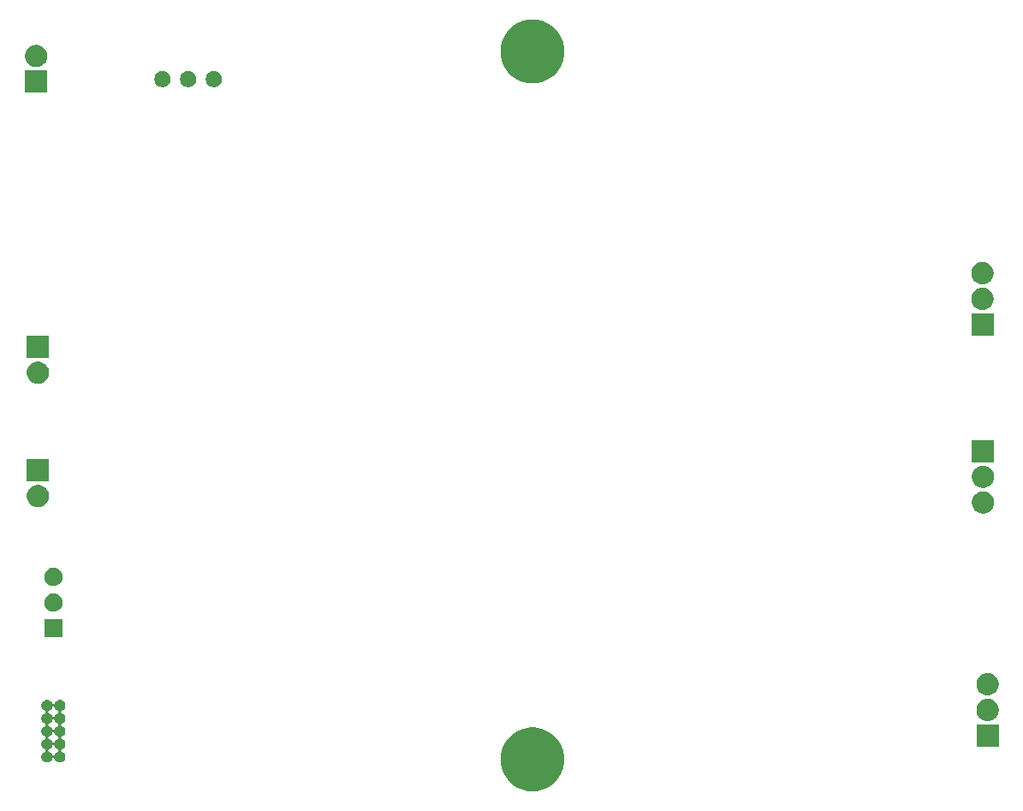
<source format=gbr>
G04 #@! TF.GenerationSoftware,KiCad,Pcbnew,5.1.5-52549c5~84~ubuntu18.04.1*
G04 #@! TF.CreationDate,2020-02-19T21:22:06+00:00*
G04 #@! TF.ProjectId,scot-resolver,73636f74-2d72-4657-936f-6c7665722e6b,rev?*
G04 #@! TF.SameCoordinates,Original*
G04 #@! TF.FileFunction,Soldermask,Bot*
G04 #@! TF.FilePolarity,Negative*
%FSLAX46Y46*%
G04 Gerber Fmt 4.6, Leading zero omitted, Abs format (unit mm)*
G04 Created by KiCad (PCBNEW 5.1.5-52549c5~84~ubuntu18.04.1) date 2020-02-19 21:22:06*
%MOMM*%
%LPD*%
G04 APERTURE LIST*
%ADD10C,0.100000*%
G04 APERTURE END LIST*
D10*
G36*
X135397849Y-124248226D02*
G01*
X135919821Y-124352052D01*
X136493085Y-124589506D01*
X137009008Y-124934235D01*
X137447765Y-125372992D01*
X137792494Y-125888915D01*
X138029948Y-126462179D01*
X138151000Y-127070752D01*
X138151000Y-127691248D01*
X138029948Y-128299821D01*
X137792494Y-128873085D01*
X137447765Y-129389008D01*
X137009008Y-129827765D01*
X136493085Y-130172494D01*
X135919821Y-130409948D01*
X135397849Y-130513774D01*
X135311249Y-130531000D01*
X134690751Y-130531000D01*
X134604151Y-130513774D01*
X134082179Y-130409948D01*
X133508915Y-130172494D01*
X132992992Y-129827765D01*
X132554235Y-129389008D01*
X132209506Y-128873085D01*
X131972052Y-128299821D01*
X131851000Y-127691248D01*
X131851000Y-127070752D01*
X131972052Y-126462179D01*
X132209506Y-125888915D01*
X132554235Y-125372992D01*
X132992992Y-124934235D01*
X133508915Y-124589506D01*
X134082179Y-124352052D01*
X134604151Y-124248226D01*
X134690751Y-124231000D01*
X135311249Y-124231000D01*
X135397849Y-124248226D01*
G37*
G36*
X87158051Y-121509480D02*
G01*
X87208920Y-121530551D01*
X87259786Y-121551620D01*
X87351342Y-121612796D01*
X87429204Y-121690658D01*
X87490380Y-121782214D01*
X87514516Y-121840485D01*
X87526068Y-121862095D01*
X87541613Y-121881037D01*
X87560555Y-121896582D01*
X87582166Y-121908133D01*
X87605615Y-121915246D01*
X87630001Y-121917648D01*
X87654387Y-121915246D01*
X87677836Y-121908133D01*
X87699446Y-121896581D01*
X87718388Y-121881036D01*
X87733933Y-121862094D01*
X87745484Y-121840485D01*
X87769620Y-121782214D01*
X87830796Y-121690658D01*
X87908658Y-121612796D01*
X88000214Y-121551620D01*
X88051080Y-121530551D01*
X88101949Y-121509480D01*
X88209941Y-121488000D01*
X88320059Y-121488000D01*
X88428051Y-121509480D01*
X88478920Y-121530551D01*
X88529786Y-121551620D01*
X88621342Y-121612796D01*
X88699204Y-121690658D01*
X88760380Y-121782214D01*
X88781449Y-121833080D01*
X88802520Y-121883949D01*
X88824000Y-121991941D01*
X88824000Y-122102059D01*
X88802520Y-122210051D01*
X88793467Y-122231906D01*
X88760380Y-122311786D01*
X88699204Y-122403342D01*
X88621342Y-122481204D01*
X88529786Y-122542380D01*
X88471515Y-122566516D01*
X88449905Y-122578068D01*
X88430963Y-122593613D01*
X88415418Y-122612555D01*
X88403867Y-122634166D01*
X88396754Y-122657615D01*
X88394352Y-122682001D01*
X88396754Y-122706387D01*
X88403867Y-122729836D01*
X88415419Y-122751446D01*
X88430964Y-122770388D01*
X88449906Y-122785933D01*
X88471513Y-122797483D01*
X88529786Y-122821620D01*
X88621342Y-122882796D01*
X88699204Y-122960658D01*
X88760380Y-123052214D01*
X88781449Y-123103080D01*
X88802520Y-123153949D01*
X88824000Y-123261941D01*
X88824000Y-123372059D01*
X88802520Y-123480051D01*
X88793467Y-123501906D01*
X88760380Y-123581786D01*
X88699204Y-123673342D01*
X88621342Y-123751204D01*
X88529786Y-123812380D01*
X88471515Y-123836516D01*
X88449905Y-123848068D01*
X88430963Y-123863613D01*
X88415418Y-123882555D01*
X88403867Y-123904166D01*
X88396754Y-123927615D01*
X88394352Y-123952001D01*
X88396754Y-123976387D01*
X88403867Y-123999836D01*
X88415419Y-124021446D01*
X88430964Y-124040388D01*
X88449906Y-124055933D01*
X88471513Y-124067483D01*
X88529786Y-124091620D01*
X88621342Y-124152796D01*
X88699204Y-124230658D01*
X88760380Y-124322214D01*
X88772739Y-124352052D01*
X88802520Y-124423949D01*
X88824000Y-124531941D01*
X88824000Y-124642059D01*
X88802520Y-124750051D01*
X88793467Y-124771906D01*
X88760380Y-124851786D01*
X88699204Y-124943342D01*
X88621342Y-125021204D01*
X88529786Y-125082380D01*
X88475781Y-125104749D01*
X88471515Y-125106516D01*
X88449905Y-125118068D01*
X88430963Y-125133613D01*
X88415418Y-125152555D01*
X88403867Y-125174166D01*
X88396754Y-125197615D01*
X88394352Y-125222001D01*
X88396754Y-125246387D01*
X88403867Y-125269836D01*
X88415419Y-125291446D01*
X88430964Y-125310388D01*
X88449906Y-125325933D01*
X88471513Y-125337483D01*
X88529786Y-125361620D01*
X88621342Y-125422796D01*
X88699204Y-125500658D01*
X88760380Y-125592214D01*
X88770054Y-125615570D01*
X88802520Y-125693949D01*
X88824000Y-125801941D01*
X88824000Y-125912059D01*
X88802520Y-126020051D01*
X88793467Y-126041906D01*
X88760380Y-126121786D01*
X88699204Y-126213342D01*
X88621342Y-126291204D01*
X88529786Y-126352380D01*
X88471515Y-126376516D01*
X88449905Y-126388068D01*
X88430963Y-126403613D01*
X88415418Y-126422555D01*
X88403867Y-126444166D01*
X88396754Y-126467615D01*
X88394352Y-126492001D01*
X88396754Y-126516387D01*
X88403867Y-126539836D01*
X88415419Y-126561446D01*
X88430964Y-126580388D01*
X88449906Y-126595933D01*
X88471513Y-126607483D01*
X88529786Y-126631620D01*
X88621342Y-126692796D01*
X88699204Y-126770658D01*
X88760380Y-126862214D01*
X88781449Y-126913080D01*
X88802520Y-126963949D01*
X88824000Y-127071941D01*
X88824000Y-127182059D01*
X88802520Y-127290051D01*
X88793467Y-127311906D01*
X88760380Y-127391786D01*
X88699204Y-127483342D01*
X88621342Y-127561204D01*
X88529786Y-127622380D01*
X88478920Y-127643449D01*
X88428051Y-127664520D01*
X88320059Y-127686000D01*
X88209941Y-127686000D01*
X88101949Y-127664520D01*
X88051080Y-127643449D01*
X88000214Y-127622380D01*
X87908658Y-127561204D01*
X87830796Y-127483342D01*
X87769620Y-127391786D01*
X87745483Y-127333513D01*
X87733932Y-127311905D01*
X87718387Y-127292963D01*
X87699445Y-127277418D01*
X87677834Y-127265867D01*
X87654385Y-127258754D01*
X87629999Y-127256352D01*
X87605613Y-127258754D01*
X87582164Y-127265867D01*
X87560554Y-127277419D01*
X87541612Y-127292964D01*
X87526067Y-127311906D01*
X87514517Y-127333513D01*
X87490380Y-127391786D01*
X87429204Y-127483342D01*
X87351342Y-127561204D01*
X87259786Y-127622380D01*
X87208920Y-127643449D01*
X87158051Y-127664520D01*
X87050059Y-127686000D01*
X86939941Y-127686000D01*
X86831949Y-127664520D01*
X86781080Y-127643449D01*
X86730214Y-127622380D01*
X86638658Y-127561204D01*
X86560796Y-127483342D01*
X86499620Y-127391786D01*
X86466533Y-127311906D01*
X86457480Y-127290051D01*
X86436000Y-127182059D01*
X86436000Y-127071941D01*
X86457480Y-126963949D01*
X86478551Y-126913080D01*
X86499620Y-126862214D01*
X86560796Y-126770658D01*
X86638658Y-126692796D01*
X86730214Y-126631620D01*
X86788487Y-126607483D01*
X86810095Y-126595932D01*
X86829037Y-126580387D01*
X86844582Y-126561445D01*
X86856133Y-126539834D01*
X86863246Y-126516385D01*
X86865647Y-126492001D01*
X87124352Y-126492001D01*
X87126754Y-126516387D01*
X87133867Y-126539836D01*
X87145419Y-126561446D01*
X87160964Y-126580388D01*
X87179906Y-126595933D01*
X87201513Y-126607483D01*
X87259786Y-126631620D01*
X87351342Y-126692796D01*
X87429204Y-126770658D01*
X87490380Y-126862214D01*
X87514516Y-126920485D01*
X87526068Y-126942095D01*
X87541613Y-126961037D01*
X87560555Y-126976582D01*
X87582166Y-126988133D01*
X87605615Y-126995246D01*
X87630001Y-126997648D01*
X87654387Y-126995246D01*
X87677836Y-126988133D01*
X87699446Y-126976581D01*
X87718388Y-126961036D01*
X87733933Y-126942094D01*
X87745484Y-126920485D01*
X87769620Y-126862214D01*
X87830796Y-126770658D01*
X87908658Y-126692796D01*
X88000214Y-126631620D01*
X88058487Y-126607483D01*
X88080095Y-126595932D01*
X88099037Y-126580387D01*
X88114582Y-126561445D01*
X88126133Y-126539834D01*
X88133246Y-126516385D01*
X88135648Y-126491999D01*
X88133246Y-126467613D01*
X88126133Y-126444164D01*
X88114581Y-126422554D01*
X88099036Y-126403612D01*
X88080094Y-126388067D01*
X88058485Y-126376516D01*
X88000214Y-126352380D01*
X87908658Y-126291204D01*
X87830796Y-126213342D01*
X87769620Y-126121786D01*
X87745483Y-126063513D01*
X87733932Y-126041905D01*
X87718387Y-126022963D01*
X87699445Y-126007418D01*
X87677834Y-125995867D01*
X87654385Y-125988754D01*
X87629999Y-125986352D01*
X87605613Y-125988754D01*
X87582164Y-125995867D01*
X87560554Y-126007419D01*
X87541612Y-126022964D01*
X87526067Y-126041906D01*
X87514517Y-126063513D01*
X87490380Y-126121786D01*
X87429204Y-126213342D01*
X87351342Y-126291204D01*
X87259786Y-126352380D01*
X87201515Y-126376516D01*
X87179905Y-126388068D01*
X87160963Y-126403613D01*
X87145418Y-126422555D01*
X87133867Y-126444166D01*
X87126754Y-126467615D01*
X87124352Y-126492001D01*
X86865647Y-126492001D01*
X86865648Y-126491999D01*
X86863246Y-126467613D01*
X86856133Y-126444164D01*
X86844581Y-126422554D01*
X86829036Y-126403612D01*
X86810094Y-126388067D01*
X86788485Y-126376516D01*
X86730214Y-126352380D01*
X86638658Y-126291204D01*
X86560796Y-126213342D01*
X86499620Y-126121786D01*
X86466533Y-126041906D01*
X86457480Y-126020051D01*
X86436000Y-125912059D01*
X86436000Y-125801941D01*
X86457480Y-125693949D01*
X86489946Y-125615570D01*
X86499620Y-125592214D01*
X86560796Y-125500658D01*
X86638658Y-125422796D01*
X86730214Y-125361620D01*
X86788487Y-125337483D01*
X86810095Y-125325932D01*
X86829037Y-125310387D01*
X86844582Y-125291445D01*
X86856133Y-125269834D01*
X86863246Y-125246385D01*
X86865647Y-125222001D01*
X87124352Y-125222001D01*
X87126754Y-125246387D01*
X87133867Y-125269836D01*
X87145419Y-125291446D01*
X87160964Y-125310388D01*
X87179906Y-125325933D01*
X87201513Y-125337483D01*
X87259786Y-125361620D01*
X87351342Y-125422796D01*
X87429204Y-125500658D01*
X87490380Y-125592214D01*
X87514516Y-125650485D01*
X87526068Y-125672095D01*
X87541613Y-125691037D01*
X87560555Y-125706582D01*
X87582166Y-125718133D01*
X87605615Y-125725246D01*
X87630001Y-125727648D01*
X87654387Y-125725246D01*
X87677836Y-125718133D01*
X87699446Y-125706581D01*
X87718388Y-125691036D01*
X87733933Y-125672094D01*
X87745484Y-125650485D01*
X87769620Y-125592214D01*
X87830796Y-125500658D01*
X87908658Y-125422796D01*
X88000214Y-125361620D01*
X88058487Y-125337483D01*
X88080095Y-125325932D01*
X88099037Y-125310387D01*
X88114582Y-125291445D01*
X88126133Y-125269834D01*
X88133246Y-125246385D01*
X88135648Y-125221999D01*
X88133246Y-125197613D01*
X88126133Y-125174164D01*
X88114581Y-125152554D01*
X88099036Y-125133612D01*
X88080094Y-125118067D01*
X88058485Y-125106516D01*
X88054219Y-125104749D01*
X88000214Y-125082380D01*
X87908658Y-125021204D01*
X87830796Y-124943342D01*
X87769620Y-124851786D01*
X87745483Y-124793513D01*
X87733932Y-124771905D01*
X87718387Y-124752963D01*
X87699445Y-124737418D01*
X87677834Y-124725867D01*
X87654385Y-124718754D01*
X87629999Y-124716352D01*
X87605613Y-124718754D01*
X87582164Y-124725867D01*
X87560554Y-124737419D01*
X87541612Y-124752964D01*
X87526067Y-124771906D01*
X87514517Y-124793513D01*
X87490380Y-124851786D01*
X87429204Y-124943342D01*
X87351342Y-125021204D01*
X87259786Y-125082380D01*
X87205781Y-125104749D01*
X87201515Y-125106516D01*
X87179905Y-125118068D01*
X87160963Y-125133613D01*
X87145418Y-125152555D01*
X87133867Y-125174166D01*
X87126754Y-125197615D01*
X87124352Y-125222001D01*
X86865647Y-125222001D01*
X86865648Y-125221999D01*
X86863246Y-125197613D01*
X86856133Y-125174164D01*
X86844581Y-125152554D01*
X86829036Y-125133612D01*
X86810094Y-125118067D01*
X86788485Y-125106516D01*
X86784219Y-125104749D01*
X86730214Y-125082380D01*
X86638658Y-125021204D01*
X86560796Y-124943342D01*
X86499620Y-124851786D01*
X86466533Y-124771906D01*
X86457480Y-124750051D01*
X86436000Y-124642059D01*
X86436000Y-124531941D01*
X86457480Y-124423949D01*
X86487261Y-124352052D01*
X86499620Y-124322214D01*
X86560796Y-124230658D01*
X86638658Y-124152796D01*
X86730214Y-124091620D01*
X86788487Y-124067483D01*
X86810095Y-124055932D01*
X86829037Y-124040387D01*
X86844582Y-124021445D01*
X86856133Y-123999834D01*
X86863246Y-123976385D01*
X86865647Y-123952001D01*
X87124352Y-123952001D01*
X87126754Y-123976387D01*
X87133867Y-123999836D01*
X87145419Y-124021446D01*
X87160964Y-124040388D01*
X87179906Y-124055933D01*
X87201513Y-124067483D01*
X87259786Y-124091620D01*
X87351342Y-124152796D01*
X87429204Y-124230658D01*
X87490380Y-124322214D01*
X87502739Y-124352053D01*
X87514516Y-124380485D01*
X87526068Y-124402095D01*
X87541613Y-124421037D01*
X87560555Y-124436582D01*
X87582166Y-124448133D01*
X87605615Y-124455246D01*
X87630001Y-124457648D01*
X87654387Y-124455246D01*
X87677836Y-124448133D01*
X87699446Y-124436581D01*
X87718388Y-124421036D01*
X87733933Y-124402094D01*
X87745484Y-124380485D01*
X87757261Y-124352053D01*
X87769620Y-124322214D01*
X87830796Y-124230658D01*
X87908658Y-124152796D01*
X88000214Y-124091620D01*
X88058487Y-124067483D01*
X88080095Y-124055932D01*
X88099037Y-124040387D01*
X88114582Y-124021445D01*
X88126133Y-123999834D01*
X88133246Y-123976385D01*
X88135648Y-123951999D01*
X88133246Y-123927613D01*
X88126133Y-123904164D01*
X88114581Y-123882554D01*
X88099036Y-123863612D01*
X88080094Y-123848067D01*
X88058485Y-123836516D01*
X88000214Y-123812380D01*
X87908658Y-123751204D01*
X87830796Y-123673342D01*
X87769620Y-123581786D01*
X87745483Y-123523513D01*
X87733932Y-123501905D01*
X87718387Y-123482963D01*
X87699445Y-123467418D01*
X87677834Y-123455867D01*
X87654385Y-123448754D01*
X87629999Y-123446352D01*
X87605613Y-123448754D01*
X87582164Y-123455867D01*
X87560554Y-123467419D01*
X87541612Y-123482964D01*
X87526067Y-123501906D01*
X87514517Y-123523513D01*
X87490380Y-123581786D01*
X87429204Y-123673342D01*
X87351342Y-123751204D01*
X87259786Y-123812380D01*
X87201515Y-123836516D01*
X87179905Y-123848068D01*
X87160963Y-123863613D01*
X87145418Y-123882555D01*
X87133867Y-123904166D01*
X87126754Y-123927615D01*
X87124352Y-123952001D01*
X86865647Y-123952001D01*
X86865648Y-123951999D01*
X86863246Y-123927613D01*
X86856133Y-123904164D01*
X86844581Y-123882554D01*
X86829036Y-123863612D01*
X86810094Y-123848067D01*
X86788485Y-123836516D01*
X86730214Y-123812380D01*
X86638658Y-123751204D01*
X86560796Y-123673342D01*
X86499620Y-123581786D01*
X86466533Y-123501906D01*
X86457480Y-123480051D01*
X86436000Y-123372059D01*
X86436000Y-123261941D01*
X86457480Y-123153949D01*
X86478551Y-123103080D01*
X86499620Y-123052214D01*
X86560796Y-122960658D01*
X86638658Y-122882796D01*
X86730214Y-122821620D01*
X86788487Y-122797483D01*
X86810095Y-122785932D01*
X86829037Y-122770387D01*
X86844582Y-122751445D01*
X86856133Y-122729834D01*
X86863246Y-122706385D01*
X86865647Y-122682001D01*
X87124352Y-122682001D01*
X87126754Y-122706387D01*
X87133867Y-122729836D01*
X87145419Y-122751446D01*
X87160964Y-122770388D01*
X87179906Y-122785933D01*
X87201513Y-122797483D01*
X87259786Y-122821620D01*
X87351342Y-122882796D01*
X87429204Y-122960658D01*
X87490380Y-123052214D01*
X87514516Y-123110485D01*
X87526068Y-123132095D01*
X87541613Y-123151037D01*
X87560555Y-123166582D01*
X87582166Y-123178133D01*
X87605615Y-123185246D01*
X87630001Y-123187648D01*
X87654387Y-123185246D01*
X87677836Y-123178133D01*
X87699446Y-123166581D01*
X87718388Y-123151036D01*
X87733933Y-123132094D01*
X87745484Y-123110485D01*
X87769620Y-123052214D01*
X87830796Y-122960658D01*
X87908658Y-122882796D01*
X88000214Y-122821620D01*
X88058487Y-122797483D01*
X88080095Y-122785932D01*
X88099037Y-122770387D01*
X88114582Y-122751445D01*
X88126133Y-122729834D01*
X88133246Y-122706385D01*
X88135648Y-122681999D01*
X88133246Y-122657613D01*
X88126133Y-122634164D01*
X88114581Y-122612554D01*
X88099036Y-122593612D01*
X88080094Y-122578067D01*
X88058485Y-122566516D01*
X88000214Y-122542380D01*
X87908658Y-122481204D01*
X87830796Y-122403342D01*
X87769620Y-122311786D01*
X87745483Y-122253513D01*
X87733932Y-122231905D01*
X87718387Y-122212963D01*
X87699445Y-122197418D01*
X87677834Y-122185867D01*
X87654385Y-122178754D01*
X87629999Y-122176352D01*
X87605613Y-122178754D01*
X87582164Y-122185867D01*
X87560554Y-122197419D01*
X87541612Y-122212964D01*
X87526067Y-122231906D01*
X87514517Y-122253513D01*
X87490380Y-122311786D01*
X87429204Y-122403342D01*
X87351342Y-122481204D01*
X87259786Y-122542380D01*
X87201515Y-122566516D01*
X87179905Y-122578068D01*
X87160963Y-122593613D01*
X87145418Y-122612555D01*
X87133867Y-122634166D01*
X87126754Y-122657615D01*
X87124352Y-122682001D01*
X86865647Y-122682001D01*
X86865648Y-122681999D01*
X86863246Y-122657613D01*
X86856133Y-122634164D01*
X86844581Y-122612554D01*
X86829036Y-122593612D01*
X86810094Y-122578067D01*
X86788485Y-122566516D01*
X86730214Y-122542380D01*
X86638658Y-122481204D01*
X86560796Y-122403342D01*
X86499620Y-122311786D01*
X86466533Y-122231906D01*
X86457480Y-122210051D01*
X86436000Y-122102059D01*
X86436000Y-121991941D01*
X86457480Y-121883949D01*
X86478551Y-121833080D01*
X86499620Y-121782214D01*
X86560796Y-121690658D01*
X86638658Y-121612796D01*
X86730214Y-121551620D01*
X86781080Y-121530551D01*
X86831949Y-121509480D01*
X86939941Y-121488000D01*
X87050059Y-121488000D01*
X87158051Y-121509480D01*
G37*
G36*
X181123500Y-126132500D02*
G01*
X178921500Y-126132500D01*
X178921500Y-123930500D01*
X181123500Y-123930500D01*
X181123500Y-126132500D01*
G37*
G36*
X180237295Y-121411656D02*
G01*
X180343650Y-121432811D01*
X180443834Y-121474309D01*
X180544020Y-121515807D01*
X180724344Y-121636295D01*
X180877705Y-121789656D01*
X180998193Y-121969980D01*
X181007290Y-121991943D01*
X181081189Y-122170350D01*
X181086573Y-122197418D01*
X181123500Y-122383060D01*
X181123500Y-122599940D01*
X181107177Y-122681999D01*
X181081189Y-122812650D01*
X181052134Y-122882794D01*
X180998193Y-123013020D01*
X180877705Y-123193344D01*
X180724344Y-123346705D01*
X180544020Y-123467193D01*
X180505945Y-123482964D01*
X180343650Y-123550189D01*
X180237295Y-123571344D01*
X180130940Y-123592500D01*
X179914060Y-123592500D01*
X179807705Y-123571344D01*
X179701350Y-123550189D01*
X179539055Y-123482964D01*
X179500980Y-123467193D01*
X179320656Y-123346705D01*
X179167295Y-123193344D01*
X179046807Y-123013020D01*
X178992866Y-122882794D01*
X178963811Y-122812650D01*
X178937823Y-122681999D01*
X178921500Y-122599940D01*
X178921500Y-122383060D01*
X178958427Y-122197418D01*
X178963811Y-122170350D01*
X179037710Y-121991943D01*
X179046807Y-121969980D01*
X179167295Y-121789656D01*
X179320656Y-121636295D01*
X179500980Y-121515807D01*
X179601166Y-121474309D01*
X179701350Y-121432811D01*
X179807705Y-121411656D01*
X179914060Y-121390500D01*
X180130940Y-121390500D01*
X180237295Y-121411656D01*
G37*
G36*
X180237295Y-118871656D02*
G01*
X180343650Y-118892811D01*
X180443834Y-118934309D01*
X180544020Y-118975807D01*
X180724344Y-119096295D01*
X180877705Y-119249656D01*
X180998193Y-119429980D01*
X181081189Y-119630351D01*
X181123500Y-119843060D01*
X181123500Y-120059940D01*
X181081189Y-120272649D01*
X180998193Y-120473020D01*
X180877705Y-120653344D01*
X180724344Y-120806705D01*
X180544020Y-120927193D01*
X180343650Y-121010189D01*
X180237294Y-121031345D01*
X180130940Y-121052500D01*
X179914060Y-121052500D01*
X179807706Y-121031345D01*
X179701350Y-121010189D01*
X179500980Y-120927193D01*
X179320656Y-120806705D01*
X179167295Y-120653344D01*
X179046807Y-120473020D01*
X178963811Y-120272649D01*
X178921500Y-120059940D01*
X178921500Y-119843060D01*
X178963811Y-119630351D01*
X179046807Y-119429980D01*
X179167295Y-119249656D01*
X179320656Y-119096295D01*
X179500980Y-118975807D01*
X179601166Y-118934309D01*
X179701350Y-118892811D01*
X179807705Y-118871656D01*
X179914060Y-118850500D01*
X180130940Y-118850500D01*
X180237295Y-118871656D01*
G37*
G36*
X88531000Y-115328000D02*
G01*
X86729000Y-115328000D01*
X86729000Y-113526000D01*
X88531000Y-113526000D01*
X88531000Y-115328000D01*
G37*
G36*
X87743512Y-110990927D02*
G01*
X87892812Y-111020624D01*
X88056784Y-111088544D01*
X88204354Y-111187147D01*
X88329853Y-111312646D01*
X88428456Y-111460216D01*
X88496376Y-111624188D01*
X88531000Y-111798259D01*
X88531000Y-111975741D01*
X88496376Y-112149812D01*
X88428456Y-112313784D01*
X88329853Y-112461354D01*
X88204354Y-112586853D01*
X88056784Y-112685456D01*
X87892812Y-112753376D01*
X87743512Y-112783073D01*
X87718742Y-112788000D01*
X87541258Y-112788000D01*
X87516488Y-112783073D01*
X87367188Y-112753376D01*
X87203216Y-112685456D01*
X87055646Y-112586853D01*
X86930147Y-112461354D01*
X86831544Y-112313784D01*
X86763624Y-112149812D01*
X86729000Y-111975741D01*
X86729000Y-111798259D01*
X86763624Y-111624188D01*
X86831544Y-111460216D01*
X86930147Y-111312646D01*
X87055646Y-111187147D01*
X87203216Y-111088544D01*
X87367188Y-111020624D01*
X87516488Y-110990927D01*
X87541258Y-110986000D01*
X87718742Y-110986000D01*
X87743512Y-110990927D01*
G37*
G36*
X87743512Y-108450927D02*
G01*
X87892812Y-108480624D01*
X88056784Y-108548544D01*
X88204354Y-108647147D01*
X88329853Y-108772646D01*
X88428456Y-108920216D01*
X88496376Y-109084188D01*
X88531000Y-109258259D01*
X88531000Y-109435741D01*
X88496376Y-109609812D01*
X88428456Y-109773784D01*
X88329853Y-109921354D01*
X88204354Y-110046853D01*
X88056784Y-110145456D01*
X87892812Y-110213376D01*
X87743512Y-110243073D01*
X87718742Y-110248000D01*
X87541258Y-110248000D01*
X87516488Y-110243073D01*
X87367188Y-110213376D01*
X87203216Y-110145456D01*
X87055646Y-110046853D01*
X86930147Y-109921354D01*
X86831544Y-109773784D01*
X86763624Y-109609812D01*
X86729000Y-109435741D01*
X86729000Y-109258259D01*
X86763624Y-109084188D01*
X86831544Y-108920216D01*
X86930147Y-108772646D01*
X87055646Y-108647147D01*
X87203216Y-108548544D01*
X87367188Y-108480624D01*
X87516488Y-108450927D01*
X87541258Y-108446000D01*
X87718742Y-108446000D01*
X87743512Y-108450927D01*
G37*
G36*
X179792795Y-100901156D02*
G01*
X179899150Y-100922311D01*
X180099520Y-101005307D01*
X180279844Y-101125795D01*
X180433205Y-101279156D01*
X180553693Y-101459480D01*
X180636689Y-101659851D01*
X180679000Y-101872560D01*
X180679000Y-102089440D01*
X180636689Y-102302149D01*
X180553693Y-102502520D01*
X180433205Y-102682844D01*
X180279844Y-102836205D01*
X180099520Y-102956693D01*
X179999334Y-102998191D01*
X179899150Y-103039689D01*
X179792794Y-103060845D01*
X179686440Y-103082000D01*
X179469560Y-103082000D01*
X179363206Y-103060845D01*
X179256850Y-103039689D01*
X179056480Y-102956693D01*
X178876156Y-102836205D01*
X178722795Y-102682844D01*
X178602307Y-102502520D01*
X178519311Y-102302149D01*
X178477000Y-102089440D01*
X178477000Y-101872560D01*
X178519311Y-101659851D01*
X178602307Y-101459480D01*
X178722795Y-101279156D01*
X178876156Y-101125795D01*
X179056480Y-101005307D01*
X179256850Y-100922311D01*
X179363206Y-100901155D01*
X179469560Y-100880000D01*
X179686440Y-100880000D01*
X179792795Y-100901156D01*
G37*
G36*
X86320794Y-100266155D02*
G01*
X86427150Y-100287311D01*
X86527334Y-100328809D01*
X86627520Y-100370307D01*
X86807844Y-100490795D01*
X86961205Y-100644156D01*
X87081693Y-100824480D01*
X87164689Y-101024851D01*
X87207000Y-101237560D01*
X87207000Y-101454440D01*
X87164689Y-101667149D01*
X87081693Y-101867520D01*
X86961205Y-102047844D01*
X86807844Y-102201205D01*
X86627520Y-102321693D01*
X86527334Y-102363191D01*
X86427150Y-102404689D01*
X86320794Y-102425845D01*
X86214440Y-102447000D01*
X85997560Y-102447000D01*
X85891206Y-102425845D01*
X85784850Y-102404689D01*
X85684666Y-102363191D01*
X85584480Y-102321693D01*
X85404156Y-102201205D01*
X85250795Y-102047844D01*
X85130307Y-101867520D01*
X85047311Y-101667149D01*
X85005000Y-101454440D01*
X85005000Y-101237560D01*
X85047311Y-101024851D01*
X85130307Y-100824480D01*
X85250795Y-100644156D01*
X85404156Y-100490795D01*
X85584480Y-100370307D01*
X85684666Y-100328809D01*
X85784850Y-100287311D01*
X85891205Y-100266156D01*
X85997560Y-100245000D01*
X86214440Y-100245000D01*
X86320794Y-100266155D01*
G37*
G36*
X179792795Y-98361156D02*
G01*
X179899150Y-98382311D01*
X179999334Y-98423809D01*
X180099520Y-98465307D01*
X180279844Y-98585795D01*
X180433205Y-98739156D01*
X180553693Y-98919480D01*
X180636689Y-99119851D01*
X180679000Y-99332560D01*
X180679000Y-99549440D01*
X180636689Y-99762149D01*
X180553693Y-99962520D01*
X180433205Y-100142844D01*
X180279844Y-100296205D01*
X180099520Y-100416693D01*
X179899150Y-100499689D01*
X179792795Y-100520844D01*
X179686440Y-100542000D01*
X179469560Y-100542000D01*
X179363206Y-100520845D01*
X179256850Y-100499689D01*
X179056480Y-100416693D01*
X178876156Y-100296205D01*
X178722795Y-100142844D01*
X178602307Y-99962520D01*
X178519311Y-99762149D01*
X178477000Y-99549440D01*
X178477000Y-99332560D01*
X178519311Y-99119851D01*
X178602307Y-98919480D01*
X178722795Y-98739156D01*
X178876156Y-98585795D01*
X179056480Y-98465307D01*
X179156666Y-98423809D01*
X179256850Y-98382311D01*
X179363205Y-98361156D01*
X179469560Y-98340000D01*
X179686440Y-98340000D01*
X179792795Y-98361156D01*
G37*
G36*
X87207000Y-99907000D02*
G01*
X85005000Y-99907000D01*
X85005000Y-97705000D01*
X87207000Y-97705000D01*
X87207000Y-99907000D01*
G37*
G36*
X180679000Y-98002000D02*
G01*
X178477000Y-98002000D01*
X178477000Y-95800000D01*
X180679000Y-95800000D01*
X180679000Y-98002000D01*
G37*
G36*
X86320794Y-88074155D02*
G01*
X86427150Y-88095311D01*
X86627520Y-88178307D01*
X86807844Y-88298795D01*
X86961205Y-88452156D01*
X87081693Y-88632480D01*
X87164689Y-88832851D01*
X87207000Y-89045560D01*
X87207000Y-89262440D01*
X87164689Y-89475149D01*
X87081693Y-89675520D01*
X86961205Y-89855844D01*
X86807844Y-90009205D01*
X86627520Y-90129693D01*
X86427150Y-90212689D01*
X86320795Y-90233844D01*
X86214440Y-90255000D01*
X85997560Y-90255000D01*
X85891205Y-90233844D01*
X85784850Y-90212689D01*
X85684666Y-90171191D01*
X85584480Y-90129693D01*
X85404156Y-90009205D01*
X85250795Y-89855844D01*
X85130307Y-89675520D01*
X85047311Y-89475149D01*
X85005000Y-89262440D01*
X85005000Y-89045560D01*
X85047311Y-88832851D01*
X85130307Y-88632480D01*
X85250795Y-88452156D01*
X85404156Y-88298795D01*
X85584480Y-88178307D01*
X85684666Y-88136809D01*
X85784850Y-88095311D01*
X85891206Y-88074155D01*
X85997560Y-88053000D01*
X86214440Y-88053000D01*
X86320794Y-88074155D01*
G37*
G36*
X87207000Y-87715000D02*
G01*
X85005000Y-87715000D01*
X85005000Y-85513000D01*
X87207000Y-85513000D01*
X87207000Y-87715000D01*
G37*
G36*
X180615500Y-85492500D02*
G01*
X178413500Y-85492500D01*
X178413500Y-83290500D01*
X180615500Y-83290500D01*
X180615500Y-85492500D01*
G37*
G36*
X179729294Y-80771655D02*
G01*
X179835650Y-80792811D01*
X179935834Y-80834309D01*
X180036020Y-80875807D01*
X180216344Y-80996295D01*
X180369705Y-81149656D01*
X180490193Y-81329980D01*
X180573189Y-81530351D01*
X180615500Y-81743060D01*
X180615500Y-81959940D01*
X180573189Y-82172649D01*
X180490193Y-82373020D01*
X180369705Y-82553344D01*
X180216344Y-82706705D01*
X180036020Y-82827193D01*
X179835650Y-82910189D01*
X179729295Y-82931344D01*
X179622940Y-82952500D01*
X179406060Y-82952500D01*
X179299705Y-82931344D01*
X179193350Y-82910189D01*
X178992980Y-82827193D01*
X178812656Y-82706705D01*
X178659295Y-82553344D01*
X178538807Y-82373020D01*
X178455811Y-82172649D01*
X178413500Y-81959940D01*
X178413500Y-81743060D01*
X178455811Y-81530351D01*
X178538807Y-81329980D01*
X178659295Y-81149656D01*
X178812656Y-80996295D01*
X178992980Y-80875807D01*
X179093166Y-80834309D01*
X179193350Y-80792811D01*
X179299706Y-80771655D01*
X179406060Y-80750500D01*
X179622940Y-80750500D01*
X179729294Y-80771655D01*
G37*
G36*
X179729294Y-78231655D02*
G01*
X179835650Y-78252811D01*
X180036020Y-78335807D01*
X180216344Y-78456295D01*
X180369705Y-78609656D01*
X180490193Y-78789980D01*
X180573189Y-78990351D01*
X180615500Y-79203060D01*
X180615500Y-79419940D01*
X180573189Y-79632649D01*
X180490193Y-79833020D01*
X180369705Y-80013344D01*
X180216344Y-80166705D01*
X180036020Y-80287193D01*
X179935834Y-80328691D01*
X179835650Y-80370189D01*
X179729294Y-80391345D01*
X179622940Y-80412500D01*
X179406060Y-80412500D01*
X179299706Y-80391345D01*
X179193350Y-80370189D01*
X178992980Y-80287193D01*
X178812656Y-80166705D01*
X178659295Y-80013344D01*
X178538807Y-79833020D01*
X178455811Y-79632649D01*
X178413500Y-79419940D01*
X178413500Y-79203060D01*
X178455811Y-78990351D01*
X178538807Y-78789980D01*
X178659295Y-78609656D01*
X178812656Y-78456295D01*
X178992980Y-78335807D01*
X179193350Y-78252811D01*
X179299705Y-78231656D01*
X179406060Y-78210500D01*
X179622940Y-78210500D01*
X179729294Y-78231655D01*
G37*
G36*
X87016500Y-61489500D02*
G01*
X84814500Y-61489500D01*
X84814500Y-59287500D01*
X87016500Y-59287500D01*
X87016500Y-61489500D01*
G37*
G36*
X101198642Y-59364281D02*
G01*
X101344414Y-59424662D01*
X101344416Y-59424663D01*
X101475608Y-59512322D01*
X101587178Y-59623892D01*
X101674837Y-59755084D01*
X101674838Y-59755086D01*
X101735219Y-59900858D01*
X101766000Y-60055607D01*
X101766000Y-60213393D01*
X101735219Y-60368142D01*
X101708375Y-60432948D01*
X101674837Y-60513916D01*
X101587178Y-60645108D01*
X101475608Y-60756678D01*
X101344416Y-60844337D01*
X101344415Y-60844338D01*
X101344414Y-60844338D01*
X101198642Y-60904719D01*
X101043893Y-60935500D01*
X100886107Y-60935500D01*
X100731358Y-60904719D01*
X100585586Y-60844338D01*
X100585585Y-60844338D01*
X100585584Y-60844337D01*
X100454392Y-60756678D01*
X100342822Y-60645108D01*
X100255163Y-60513916D01*
X100221625Y-60432948D01*
X100194781Y-60368142D01*
X100164000Y-60213393D01*
X100164000Y-60055607D01*
X100194781Y-59900858D01*
X100255162Y-59755086D01*
X100255163Y-59755084D01*
X100342822Y-59623892D01*
X100454392Y-59512322D01*
X100585584Y-59424663D01*
X100585586Y-59424662D01*
X100731358Y-59364281D01*
X100886107Y-59333500D01*
X101043893Y-59333500D01*
X101198642Y-59364281D01*
G37*
G36*
X98658642Y-59364281D02*
G01*
X98804414Y-59424662D01*
X98804416Y-59424663D01*
X98935608Y-59512322D01*
X99047178Y-59623892D01*
X99134837Y-59755084D01*
X99134838Y-59755086D01*
X99195219Y-59900858D01*
X99226000Y-60055607D01*
X99226000Y-60213393D01*
X99195219Y-60368142D01*
X99168375Y-60432948D01*
X99134837Y-60513916D01*
X99047178Y-60645108D01*
X98935608Y-60756678D01*
X98804416Y-60844337D01*
X98804415Y-60844338D01*
X98804414Y-60844338D01*
X98658642Y-60904719D01*
X98503893Y-60935500D01*
X98346107Y-60935500D01*
X98191358Y-60904719D01*
X98045586Y-60844338D01*
X98045585Y-60844338D01*
X98045584Y-60844337D01*
X97914392Y-60756678D01*
X97802822Y-60645108D01*
X97715163Y-60513916D01*
X97681625Y-60432948D01*
X97654781Y-60368142D01*
X97624000Y-60213393D01*
X97624000Y-60055607D01*
X97654781Y-59900858D01*
X97715162Y-59755086D01*
X97715163Y-59755084D01*
X97802822Y-59623892D01*
X97914392Y-59512322D01*
X98045584Y-59424663D01*
X98045586Y-59424662D01*
X98191358Y-59364281D01*
X98346107Y-59333500D01*
X98503893Y-59333500D01*
X98658642Y-59364281D01*
G37*
G36*
X103738642Y-59364281D02*
G01*
X103884414Y-59424662D01*
X103884416Y-59424663D01*
X104015608Y-59512322D01*
X104127178Y-59623892D01*
X104214837Y-59755084D01*
X104214838Y-59755086D01*
X104275219Y-59900858D01*
X104306000Y-60055607D01*
X104306000Y-60213393D01*
X104275219Y-60368142D01*
X104248375Y-60432948D01*
X104214837Y-60513916D01*
X104127178Y-60645108D01*
X104015608Y-60756678D01*
X103884416Y-60844337D01*
X103884415Y-60844338D01*
X103884414Y-60844338D01*
X103738642Y-60904719D01*
X103583893Y-60935500D01*
X103426107Y-60935500D01*
X103271358Y-60904719D01*
X103125586Y-60844338D01*
X103125585Y-60844338D01*
X103125584Y-60844337D01*
X102994392Y-60756678D01*
X102882822Y-60645108D01*
X102795163Y-60513916D01*
X102761625Y-60432948D01*
X102734781Y-60368142D01*
X102704000Y-60213393D01*
X102704000Y-60055607D01*
X102734781Y-59900858D01*
X102795162Y-59755086D01*
X102795163Y-59755084D01*
X102882822Y-59623892D01*
X102994392Y-59512322D01*
X103125584Y-59424663D01*
X103125586Y-59424662D01*
X103271358Y-59364281D01*
X103426107Y-59333500D01*
X103583893Y-59333500D01*
X103738642Y-59364281D01*
G37*
G36*
X135397849Y-54271226D02*
G01*
X135919821Y-54375052D01*
X136493085Y-54612506D01*
X137009008Y-54957235D01*
X137447765Y-55395992D01*
X137792494Y-55911915D01*
X138029948Y-56485179D01*
X138151000Y-57093752D01*
X138151000Y-57714248D01*
X138029948Y-58322821D01*
X137792494Y-58896085D01*
X137447765Y-59412008D01*
X137009008Y-59850765D01*
X136493085Y-60195494D01*
X135919821Y-60432948D01*
X135397849Y-60536774D01*
X135311249Y-60554000D01*
X134690751Y-60554000D01*
X134604151Y-60536774D01*
X134082179Y-60432948D01*
X133508915Y-60195494D01*
X132992992Y-59850765D01*
X132554235Y-59412008D01*
X132209506Y-58896085D01*
X131972052Y-58322821D01*
X131851000Y-57714248D01*
X131851000Y-57093752D01*
X131972052Y-56485179D01*
X132209506Y-55911915D01*
X132554235Y-55395992D01*
X132992992Y-54957235D01*
X133508915Y-54612506D01*
X134082179Y-54375052D01*
X134604151Y-54271226D01*
X134690751Y-54254000D01*
X135311249Y-54254000D01*
X135397849Y-54271226D01*
G37*
G36*
X86130294Y-56768655D02*
G01*
X86236650Y-56789811D01*
X86437020Y-56872807D01*
X86617344Y-56993295D01*
X86770705Y-57146656D01*
X86891193Y-57326980D01*
X86891193Y-57326981D01*
X86974189Y-57527350D01*
X86994160Y-57627749D01*
X87016500Y-57740060D01*
X87016500Y-57956940D01*
X86974189Y-58169649D01*
X86891193Y-58370020D01*
X86770705Y-58550344D01*
X86617344Y-58703705D01*
X86437020Y-58824193D01*
X86367473Y-58853000D01*
X86236650Y-58907189D01*
X86130295Y-58928344D01*
X86023940Y-58949500D01*
X85807060Y-58949500D01*
X85700705Y-58928344D01*
X85594350Y-58907189D01*
X85463527Y-58853000D01*
X85393980Y-58824193D01*
X85213656Y-58703705D01*
X85060295Y-58550344D01*
X84939807Y-58370020D01*
X84856811Y-58169649D01*
X84814500Y-57956940D01*
X84814500Y-57740060D01*
X84836840Y-57627749D01*
X84856811Y-57527350D01*
X84939807Y-57326981D01*
X84939807Y-57326980D01*
X85060295Y-57146656D01*
X85213656Y-56993295D01*
X85393980Y-56872807D01*
X85594350Y-56789811D01*
X85700706Y-56768655D01*
X85807060Y-56747500D01*
X86023940Y-56747500D01*
X86130294Y-56768655D01*
G37*
M02*

</source>
